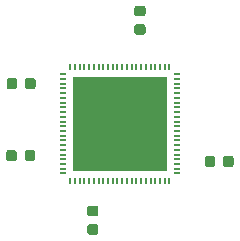
<source format=gtp>
G04 #@! TF.GenerationSoftware,KiCad,Pcbnew,5.0.2-bee76a0~70~ubuntu14.04.1*
G04 #@! TF.CreationDate,2018-12-14T18:36:52-07:00*
G04 #@! TF.ProjectId,breakout,62726561-6b6f-4757-942e-6b696361645f,rev?*
G04 #@! TF.SameCoordinates,Original*
G04 #@! TF.FileFunction,Paste,Top*
G04 #@! TF.FilePolarity,Positive*
%FSLAX46Y46*%
G04 Gerber Fmt 4.6, Leading zero omitted, Abs format (unit mm)*
G04 Created by KiCad (PCBNEW 5.0.2-bee76a0~70~ubuntu14.04.1) date Fri 14 Dec 2018 06:36:52 PM MST*
%MOMM*%
%LPD*%
G01*
G04 APERTURE LIST*
%ADD10C,0.100000*%
%ADD11C,0.875000*%
%ADD12O,0.600000X0.200000*%
%ADD13O,0.200000X0.600000*%
%ADD14R,8.000000X8.000000*%
G04 APERTURE END LIST*
D10*
G04 #@! TO.C,C3*
G36*
X121949571Y-86282293D02*
X121970806Y-86285443D01*
X121991630Y-86290659D01*
X122011842Y-86297891D01*
X122031248Y-86307070D01*
X122049661Y-86318106D01*
X122066904Y-86330894D01*
X122082810Y-86345310D01*
X122097226Y-86361216D01*
X122110014Y-86378459D01*
X122121050Y-86396872D01*
X122130229Y-86416278D01*
X122137461Y-86436490D01*
X122142677Y-86457314D01*
X122145827Y-86478549D01*
X122146880Y-86499990D01*
X122146880Y-87012490D01*
X122145827Y-87033931D01*
X122142677Y-87055166D01*
X122137461Y-87075990D01*
X122130229Y-87096202D01*
X122121050Y-87115608D01*
X122110014Y-87134021D01*
X122097226Y-87151264D01*
X122082810Y-87167170D01*
X122066904Y-87181586D01*
X122049661Y-87194374D01*
X122031248Y-87205410D01*
X122011842Y-87214589D01*
X121991630Y-87221821D01*
X121970806Y-87227037D01*
X121949571Y-87230187D01*
X121928130Y-87231240D01*
X121490630Y-87231240D01*
X121469189Y-87230187D01*
X121447954Y-87227037D01*
X121427130Y-87221821D01*
X121406918Y-87214589D01*
X121387512Y-87205410D01*
X121369099Y-87194374D01*
X121351856Y-87181586D01*
X121335950Y-87167170D01*
X121321534Y-87151264D01*
X121308746Y-87134021D01*
X121297710Y-87115608D01*
X121288531Y-87096202D01*
X121281299Y-87075990D01*
X121276083Y-87055166D01*
X121272933Y-87033931D01*
X121271880Y-87012490D01*
X121271880Y-86499990D01*
X121272933Y-86478549D01*
X121276083Y-86457314D01*
X121281299Y-86436490D01*
X121288531Y-86416278D01*
X121297710Y-86396872D01*
X121308746Y-86378459D01*
X121321534Y-86361216D01*
X121335950Y-86345310D01*
X121351856Y-86330894D01*
X121369099Y-86318106D01*
X121387512Y-86307070D01*
X121406918Y-86297891D01*
X121427130Y-86290659D01*
X121447954Y-86285443D01*
X121469189Y-86282293D01*
X121490630Y-86281240D01*
X121928130Y-86281240D01*
X121949571Y-86282293D01*
X121949571Y-86282293D01*
G37*
D11*
X121709380Y-86756240D03*
D10*
G36*
X120374571Y-86282293D02*
X120395806Y-86285443D01*
X120416630Y-86290659D01*
X120436842Y-86297891D01*
X120456248Y-86307070D01*
X120474661Y-86318106D01*
X120491904Y-86330894D01*
X120507810Y-86345310D01*
X120522226Y-86361216D01*
X120535014Y-86378459D01*
X120546050Y-86396872D01*
X120555229Y-86416278D01*
X120562461Y-86436490D01*
X120567677Y-86457314D01*
X120570827Y-86478549D01*
X120571880Y-86499990D01*
X120571880Y-87012490D01*
X120570827Y-87033931D01*
X120567677Y-87055166D01*
X120562461Y-87075990D01*
X120555229Y-87096202D01*
X120546050Y-87115608D01*
X120535014Y-87134021D01*
X120522226Y-87151264D01*
X120507810Y-87167170D01*
X120491904Y-87181586D01*
X120474661Y-87194374D01*
X120456248Y-87205410D01*
X120436842Y-87214589D01*
X120416630Y-87221821D01*
X120395806Y-87227037D01*
X120374571Y-87230187D01*
X120353130Y-87231240D01*
X119915630Y-87231240D01*
X119894189Y-87230187D01*
X119872954Y-87227037D01*
X119852130Y-87221821D01*
X119831918Y-87214589D01*
X119812512Y-87205410D01*
X119794099Y-87194374D01*
X119776856Y-87181586D01*
X119760950Y-87167170D01*
X119746534Y-87151264D01*
X119733746Y-87134021D01*
X119722710Y-87115608D01*
X119713531Y-87096202D01*
X119706299Y-87075990D01*
X119701083Y-87055166D01*
X119697933Y-87033931D01*
X119696880Y-87012490D01*
X119696880Y-86499990D01*
X119697933Y-86478549D01*
X119701083Y-86457314D01*
X119706299Y-86436490D01*
X119713531Y-86416278D01*
X119722710Y-86396872D01*
X119733746Y-86378459D01*
X119746534Y-86361216D01*
X119760950Y-86345310D01*
X119776856Y-86330894D01*
X119794099Y-86318106D01*
X119812512Y-86307070D01*
X119831918Y-86297891D01*
X119852130Y-86290659D01*
X119872954Y-86285443D01*
X119894189Y-86282293D01*
X119915630Y-86281240D01*
X120353130Y-86281240D01*
X120374571Y-86282293D01*
X120374571Y-86282293D01*
G37*
D11*
X120134380Y-86756240D03*
G04 #@! TD*
D10*
G04 #@! TO.C,C4*
G36*
X127277691Y-98674553D02*
X127298926Y-98677703D01*
X127319750Y-98682919D01*
X127339962Y-98690151D01*
X127359368Y-98699330D01*
X127377781Y-98710366D01*
X127395024Y-98723154D01*
X127410930Y-98737570D01*
X127425346Y-98753476D01*
X127438134Y-98770719D01*
X127449170Y-98789132D01*
X127458349Y-98808538D01*
X127465581Y-98828750D01*
X127470797Y-98849574D01*
X127473947Y-98870809D01*
X127475000Y-98892250D01*
X127475000Y-99329750D01*
X127473947Y-99351191D01*
X127470797Y-99372426D01*
X127465581Y-99393250D01*
X127458349Y-99413462D01*
X127449170Y-99432868D01*
X127438134Y-99451281D01*
X127425346Y-99468524D01*
X127410930Y-99484430D01*
X127395024Y-99498846D01*
X127377781Y-99511634D01*
X127359368Y-99522670D01*
X127339962Y-99531849D01*
X127319750Y-99539081D01*
X127298926Y-99544297D01*
X127277691Y-99547447D01*
X127256250Y-99548500D01*
X126743750Y-99548500D01*
X126722309Y-99547447D01*
X126701074Y-99544297D01*
X126680250Y-99539081D01*
X126660038Y-99531849D01*
X126640632Y-99522670D01*
X126622219Y-99511634D01*
X126604976Y-99498846D01*
X126589070Y-99484430D01*
X126574654Y-99468524D01*
X126561866Y-99451281D01*
X126550830Y-99432868D01*
X126541651Y-99413462D01*
X126534419Y-99393250D01*
X126529203Y-99372426D01*
X126526053Y-99351191D01*
X126525000Y-99329750D01*
X126525000Y-98892250D01*
X126526053Y-98870809D01*
X126529203Y-98849574D01*
X126534419Y-98828750D01*
X126541651Y-98808538D01*
X126550830Y-98789132D01*
X126561866Y-98770719D01*
X126574654Y-98753476D01*
X126589070Y-98737570D01*
X126604976Y-98723154D01*
X126622219Y-98710366D01*
X126640632Y-98699330D01*
X126660038Y-98690151D01*
X126680250Y-98682919D01*
X126701074Y-98677703D01*
X126722309Y-98674553D01*
X126743750Y-98673500D01*
X127256250Y-98673500D01*
X127277691Y-98674553D01*
X127277691Y-98674553D01*
G37*
D11*
X127000000Y-99111000D03*
D10*
G36*
X127277691Y-97099553D02*
X127298926Y-97102703D01*
X127319750Y-97107919D01*
X127339962Y-97115151D01*
X127359368Y-97124330D01*
X127377781Y-97135366D01*
X127395024Y-97148154D01*
X127410930Y-97162570D01*
X127425346Y-97178476D01*
X127438134Y-97195719D01*
X127449170Y-97214132D01*
X127458349Y-97233538D01*
X127465581Y-97253750D01*
X127470797Y-97274574D01*
X127473947Y-97295809D01*
X127475000Y-97317250D01*
X127475000Y-97754750D01*
X127473947Y-97776191D01*
X127470797Y-97797426D01*
X127465581Y-97818250D01*
X127458349Y-97838462D01*
X127449170Y-97857868D01*
X127438134Y-97876281D01*
X127425346Y-97893524D01*
X127410930Y-97909430D01*
X127395024Y-97923846D01*
X127377781Y-97936634D01*
X127359368Y-97947670D01*
X127339962Y-97956849D01*
X127319750Y-97964081D01*
X127298926Y-97969297D01*
X127277691Y-97972447D01*
X127256250Y-97973500D01*
X126743750Y-97973500D01*
X126722309Y-97972447D01*
X126701074Y-97969297D01*
X126680250Y-97964081D01*
X126660038Y-97956849D01*
X126640632Y-97947670D01*
X126622219Y-97936634D01*
X126604976Y-97923846D01*
X126589070Y-97909430D01*
X126574654Y-97893524D01*
X126561866Y-97876281D01*
X126550830Y-97857868D01*
X126541651Y-97838462D01*
X126534419Y-97818250D01*
X126529203Y-97797426D01*
X126526053Y-97776191D01*
X126525000Y-97754750D01*
X126525000Y-97317250D01*
X126526053Y-97295809D01*
X126529203Y-97274574D01*
X126534419Y-97253750D01*
X126541651Y-97233538D01*
X126550830Y-97214132D01*
X126561866Y-97195719D01*
X126574654Y-97178476D01*
X126589070Y-97162570D01*
X126604976Y-97148154D01*
X126622219Y-97135366D01*
X126640632Y-97124330D01*
X126660038Y-97115151D01*
X126680250Y-97107919D01*
X126701074Y-97102703D01*
X126722309Y-97099553D01*
X126743750Y-97098500D01*
X127256250Y-97098500D01*
X127277691Y-97099553D01*
X127277691Y-97099553D01*
G37*
D11*
X127000000Y-97536000D03*
G04 #@! TD*
D10*
G04 #@! TO.C,C5*
G36*
X120351511Y-92378293D02*
X120372746Y-92381443D01*
X120393570Y-92386659D01*
X120413782Y-92393891D01*
X120433188Y-92403070D01*
X120451601Y-92414106D01*
X120468844Y-92426894D01*
X120484750Y-92441310D01*
X120499166Y-92457216D01*
X120511954Y-92474459D01*
X120522990Y-92492872D01*
X120532169Y-92512278D01*
X120539401Y-92532490D01*
X120544617Y-92553314D01*
X120547767Y-92574549D01*
X120548820Y-92595990D01*
X120548820Y-93108490D01*
X120547767Y-93129931D01*
X120544617Y-93151166D01*
X120539401Y-93171990D01*
X120532169Y-93192202D01*
X120522990Y-93211608D01*
X120511954Y-93230021D01*
X120499166Y-93247264D01*
X120484750Y-93263170D01*
X120468844Y-93277586D01*
X120451601Y-93290374D01*
X120433188Y-93301410D01*
X120413782Y-93310589D01*
X120393570Y-93317821D01*
X120372746Y-93323037D01*
X120351511Y-93326187D01*
X120330070Y-93327240D01*
X119892570Y-93327240D01*
X119871129Y-93326187D01*
X119849894Y-93323037D01*
X119829070Y-93317821D01*
X119808858Y-93310589D01*
X119789452Y-93301410D01*
X119771039Y-93290374D01*
X119753796Y-93277586D01*
X119737890Y-93263170D01*
X119723474Y-93247264D01*
X119710686Y-93230021D01*
X119699650Y-93211608D01*
X119690471Y-93192202D01*
X119683239Y-93171990D01*
X119678023Y-93151166D01*
X119674873Y-93129931D01*
X119673820Y-93108490D01*
X119673820Y-92595990D01*
X119674873Y-92574549D01*
X119678023Y-92553314D01*
X119683239Y-92532490D01*
X119690471Y-92512278D01*
X119699650Y-92492872D01*
X119710686Y-92474459D01*
X119723474Y-92457216D01*
X119737890Y-92441310D01*
X119753796Y-92426894D01*
X119771039Y-92414106D01*
X119789452Y-92403070D01*
X119808858Y-92393891D01*
X119829070Y-92386659D01*
X119849894Y-92381443D01*
X119871129Y-92378293D01*
X119892570Y-92377240D01*
X120330070Y-92377240D01*
X120351511Y-92378293D01*
X120351511Y-92378293D01*
G37*
D11*
X120111320Y-92852240D03*
D10*
G36*
X121926511Y-92378293D02*
X121947746Y-92381443D01*
X121968570Y-92386659D01*
X121988782Y-92393891D01*
X122008188Y-92403070D01*
X122026601Y-92414106D01*
X122043844Y-92426894D01*
X122059750Y-92441310D01*
X122074166Y-92457216D01*
X122086954Y-92474459D01*
X122097990Y-92492872D01*
X122107169Y-92512278D01*
X122114401Y-92532490D01*
X122119617Y-92553314D01*
X122122767Y-92574549D01*
X122123820Y-92595990D01*
X122123820Y-93108490D01*
X122122767Y-93129931D01*
X122119617Y-93151166D01*
X122114401Y-93171990D01*
X122107169Y-93192202D01*
X122097990Y-93211608D01*
X122086954Y-93230021D01*
X122074166Y-93247264D01*
X122059750Y-93263170D01*
X122043844Y-93277586D01*
X122026601Y-93290374D01*
X122008188Y-93301410D01*
X121988782Y-93310589D01*
X121968570Y-93317821D01*
X121947746Y-93323037D01*
X121926511Y-93326187D01*
X121905070Y-93327240D01*
X121467570Y-93327240D01*
X121446129Y-93326187D01*
X121424894Y-93323037D01*
X121404070Y-93317821D01*
X121383858Y-93310589D01*
X121364452Y-93301410D01*
X121346039Y-93290374D01*
X121328796Y-93277586D01*
X121312890Y-93263170D01*
X121298474Y-93247264D01*
X121285686Y-93230021D01*
X121274650Y-93211608D01*
X121265471Y-93192202D01*
X121258239Y-93171990D01*
X121253023Y-93151166D01*
X121249873Y-93129931D01*
X121248820Y-93108490D01*
X121248820Y-92595990D01*
X121249873Y-92574549D01*
X121253023Y-92553314D01*
X121258239Y-92532490D01*
X121265471Y-92512278D01*
X121274650Y-92492872D01*
X121285686Y-92474459D01*
X121298474Y-92457216D01*
X121312890Y-92441310D01*
X121328796Y-92426894D01*
X121346039Y-92414106D01*
X121364452Y-92403070D01*
X121383858Y-92393891D01*
X121404070Y-92386659D01*
X121424894Y-92381443D01*
X121446129Y-92378293D01*
X121467570Y-92377240D01*
X121905070Y-92377240D01*
X121926511Y-92378293D01*
X121926511Y-92378293D01*
G37*
D11*
X121686320Y-92852240D03*
G04 #@! TD*
D10*
G04 #@! TO.C,C6*
G36*
X131268031Y-81750333D02*
X131289266Y-81753483D01*
X131310090Y-81758699D01*
X131330302Y-81765931D01*
X131349708Y-81775110D01*
X131368121Y-81786146D01*
X131385364Y-81798934D01*
X131401270Y-81813350D01*
X131415686Y-81829256D01*
X131428474Y-81846499D01*
X131439510Y-81864912D01*
X131448689Y-81884318D01*
X131455921Y-81904530D01*
X131461137Y-81925354D01*
X131464287Y-81946589D01*
X131465340Y-81968030D01*
X131465340Y-82405530D01*
X131464287Y-82426971D01*
X131461137Y-82448206D01*
X131455921Y-82469030D01*
X131448689Y-82489242D01*
X131439510Y-82508648D01*
X131428474Y-82527061D01*
X131415686Y-82544304D01*
X131401270Y-82560210D01*
X131385364Y-82574626D01*
X131368121Y-82587414D01*
X131349708Y-82598450D01*
X131330302Y-82607629D01*
X131310090Y-82614861D01*
X131289266Y-82620077D01*
X131268031Y-82623227D01*
X131246590Y-82624280D01*
X130734090Y-82624280D01*
X130712649Y-82623227D01*
X130691414Y-82620077D01*
X130670590Y-82614861D01*
X130650378Y-82607629D01*
X130630972Y-82598450D01*
X130612559Y-82587414D01*
X130595316Y-82574626D01*
X130579410Y-82560210D01*
X130564994Y-82544304D01*
X130552206Y-82527061D01*
X130541170Y-82508648D01*
X130531991Y-82489242D01*
X130524759Y-82469030D01*
X130519543Y-82448206D01*
X130516393Y-82426971D01*
X130515340Y-82405530D01*
X130515340Y-81968030D01*
X130516393Y-81946589D01*
X130519543Y-81925354D01*
X130524759Y-81904530D01*
X130531991Y-81884318D01*
X130541170Y-81864912D01*
X130552206Y-81846499D01*
X130564994Y-81829256D01*
X130579410Y-81813350D01*
X130595316Y-81798934D01*
X130612559Y-81786146D01*
X130630972Y-81775110D01*
X130650378Y-81765931D01*
X130670590Y-81758699D01*
X130691414Y-81753483D01*
X130712649Y-81750333D01*
X130734090Y-81749280D01*
X131246590Y-81749280D01*
X131268031Y-81750333D01*
X131268031Y-81750333D01*
G37*
D11*
X130990340Y-82186780D03*
D10*
G36*
X131268031Y-80175333D02*
X131289266Y-80178483D01*
X131310090Y-80183699D01*
X131330302Y-80190931D01*
X131349708Y-80200110D01*
X131368121Y-80211146D01*
X131385364Y-80223934D01*
X131401270Y-80238350D01*
X131415686Y-80254256D01*
X131428474Y-80271499D01*
X131439510Y-80289912D01*
X131448689Y-80309318D01*
X131455921Y-80329530D01*
X131461137Y-80350354D01*
X131464287Y-80371589D01*
X131465340Y-80393030D01*
X131465340Y-80830530D01*
X131464287Y-80851971D01*
X131461137Y-80873206D01*
X131455921Y-80894030D01*
X131448689Y-80914242D01*
X131439510Y-80933648D01*
X131428474Y-80952061D01*
X131415686Y-80969304D01*
X131401270Y-80985210D01*
X131385364Y-80999626D01*
X131368121Y-81012414D01*
X131349708Y-81023450D01*
X131330302Y-81032629D01*
X131310090Y-81039861D01*
X131289266Y-81045077D01*
X131268031Y-81048227D01*
X131246590Y-81049280D01*
X130734090Y-81049280D01*
X130712649Y-81048227D01*
X130691414Y-81045077D01*
X130670590Y-81039861D01*
X130650378Y-81032629D01*
X130630972Y-81023450D01*
X130612559Y-81012414D01*
X130595316Y-80999626D01*
X130579410Y-80985210D01*
X130564994Y-80969304D01*
X130552206Y-80952061D01*
X130541170Y-80933648D01*
X130531991Y-80914242D01*
X130524759Y-80894030D01*
X130519543Y-80873206D01*
X130516393Y-80851971D01*
X130515340Y-80830530D01*
X130515340Y-80393030D01*
X130516393Y-80371589D01*
X130519543Y-80350354D01*
X130524759Y-80329530D01*
X130531991Y-80309318D01*
X130541170Y-80289912D01*
X130552206Y-80271499D01*
X130564994Y-80254256D01*
X130579410Y-80238350D01*
X130595316Y-80223934D01*
X130612559Y-80211146D01*
X130630972Y-80200110D01*
X130650378Y-80190931D01*
X130670590Y-80183699D01*
X130691414Y-80178483D01*
X130712649Y-80175333D01*
X130734090Y-80174280D01*
X131246590Y-80174280D01*
X131268031Y-80175333D01*
X131268031Y-80175333D01*
G37*
D11*
X130990340Y-80611780D03*
G04 #@! TD*
D10*
G04 #@! TO.C,C7*
G36*
X138723531Y-92871053D02*
X138744766Y-92874203D01*
X138765590Y-92879419D01*
X138785802Y-92886651D01*
X138805208Y-92895830D01*
X138823621Y-92906866D01*
X138840864Y-92919654D01*
X138856770Y-92934070D01*
X138871186Y-92949976D01*
X138883974Y-92967219D01*
X138895010Y-92985632D01*
X138904189Y-93005038D01*
X138911421Y-93025250D01*
X138916637Y-93046074D01*
X138919787Y-93067309D01*
X138920840Y-93088750D01*
X138920840Y-93601250D01*
X138919787Y-93622691D01*
X138916637Y-93643926D01*
X138911421Y-93664750D01*
X138904189Y-93684962D01*
X138895010Y-93704368D01*
X138883974Y-93722781D01*
X138871186Y-93740024D01*
X138856770Y-93755930D01*
X138840864Y-93770346D01*
X138823621Y-93783134D01*
X138805208Y-93794170D01*
X138785802Y-93803349D01*
X138765590Y-93810581D01*
X138744766Y-93815797D01*
X138723531Y-93818947D01*
X138702090Y-93820000D01*
X138264590Y-93820000D01*
X138243149Y-93818947D01*
X138221914Y-93815797D01*
X138201090Y-93810581D01*
X138180878Y-93803349D01*
X138161472Y-93794170D01*
X138143059Y-93783134D01*
X138125816Y-93770346D01*
X138109910Y-93755930D01*
X138095494Y-93740024D01*
X138082706Y-93722781D01*
X138071670Y-93704368D01*
X138062491Y-93684962D01*
X138055259Y-93664750D01*
X138050043Y-93643926D01*
X138046893Y-93622691D01*
X138045840Y-93601250D01*
X138045840Y-93088750D01*
X138046893Y-93067309D01*
X138050043Y-93046074D01*
X138055259Y-93025250D01*
X138062491Y-93005038D01*
X138071670Y-92985632D01*
X138082706Y-92967219D01*
X138095494Y-92949976D01*
X138109910Y-92934070D01*
X138125816Y-92919654D01*
X138143059Y-92906866D01*
X138161472Y-92895830D01*
X138180878Y-92886651D01*
X138201090Y-92879419D01*
X138221914Y-92874203D01*
X138243149Y-92871053D01*
X138264590Y-92870000D01*
X138702090Y-92870000D01*
X138723531Y-92871053D01*
X138723531Y-92871053D01*
G37*
D11*
X138483340Y-93345000D03*
D10*
G36*
X137148531Y-92871053D02*
X137169766Y-92874203D01*
X137190590Y-92879419D01*
X137210802Y-92886651D01*
X137230208Y-92895830D01*
X137248621Y-92906866D01*
X137265864Y-92919654D01*
X137281770Y-92934070D01*
X137296186Y-92949976D01*
X137308974Y-92967219D01*
X137320010Y-92985632D01*
X137329189Y-93005038D01*
X137336421Y-93025250D01*
X137341637Y-93046074D01*
X137344787Y-93067309D01*
X137345840Y-93088750D01*
X137345840Y-93601250D01*
X137344787Y-93622691D01*
X137341637Y-93643926D01*
X137336421Y-93664750D01*
X137329189Y-93684962D01*
X137320010Y-93704368D01*
X137308974Y-93722781D01*
X137296186Y-93740024D01*
X137281770Y-93755930D01*
X137265864Y-93770346D01*
X137248621Y-93783134D01*
X137230208Y-93794170D01*
X137210802Y-93803349D01*
X137190590Y-93810581D01*
X137169766Y-93815797D01*
X137148531Y-93818947D01*
X137127090Y-93820000D01*
X136689590Y-93820000D01*
X136668149Y-93818947D01*
X136646914Y-93815797D01*
X136626090Y-93810581D01*
X136605878Y-93803349D01*
X136586472Y-93794170D01*
X136568059Y-93783134D01*
X136550816Y-93770346D01*
X136534910Y-93755930D01*
X136520494Y-93740024D01*
X136507706Y-93722781D01*
X136496670Y-93704368D01*
X136487491Y-93684962D01*
X136480259Y-93664750D01*
X136475043Y-93643926D01*
X136471893Y-93622691D01*
X136470840Y-93601250D01*
X136470840Y-93088750D01*
X136471893Y-93067309D01*
X136475043Y-93046074D01*
X136480259Y-93025250D01*
X136487491Y-93005038D01*
X136496670Y-92985632D01*
X136507706Y-92967219D01*
X136520494Y-92949976D01*
X136534910Y-92934070D01*
X136550816Y-92919654D01*
X136568059Y-92906866D01*
X136586472Y-92895830D01*
X136605878Y-92886651D01*
X136626090Y-92879419D01*
X136646914Y-92874203D01*
X136668149Y-92871053D01*
X136689590Y-92870000D01*
X137127090Y-92870000D01*
X137148531Y-92871053D01*
X137148531Y-92871053D01*
G37*
D11*
X136908340Y-93345000D03*
G04 #@! TD*
D12*
G04 #@! TO.C,U1*
X124486000Y-85970000D03*
X124486000Y-86370000D03*
X124486000Y-86770000D03*
X124486000Y-87170000D03*
X124486000Y-87570000D03*
X124486000Y-87970000D03*
X124486000Y-88370000D03*
X124486000Y-88770000D03*
X124486000Y-89170000D03*
X124486000Y-89570000D03*
X124486000Y-89970000D03*
X124486000Y-90370000D03*
X124486000Y-90770000D03*
X124486000Y-91170000D03*
X124486000Y-91570000D03*
X124486000Y-91970000D03*
X124486000Y-92370000D03*
X124486000Y-92770000D03*
X124486000Y-93170000D03*
X124486000Y-93570000D03*
X124486000Y-93970000D03*
X124486000Y-94370000D03*
D13*
X125086000Y-94970000D03*
X125486000Y-94970000D03*
X125886000Y-94970000D03*
X126286000Y-94970000D03*
X126686000Y-94970000D03*
X127086000Y-94970000D03*
X127486000Y-94970000D03*
X127886000Y-94970000D03*
X128286000Y-94970000D03*
X128686000Y-94970000D03*
X129086000Y-94970000D03*
X129486000Y-94970000D03*
X129886000Y-94970000D03*
X130286000Y-94970000D03*
X130686000Y-94970000D03*
X131086000Y-94970000D03*
X131486000Y-94970000D03*
X131886000Y-94970000D03*
X132286000Y-94970000D03*
X132686000Y-94970000D03*
X133086000Y-94970000D03*
X133486000Y-94970000D03*
D12*
X134086000Y-94370000D03*
X134086000Y-93970000D03*
X134086000Y-93570000D03*
X134086000Y-93170000D03*
X134086000Y-92770000D03*
X134086000Y-92370000D03*
X134086000Y-91970000D03*
X134086000Y-91570000D03*
X134086000Y-91170000D03*
X134086000Y-90770000D03*
X134086000Y-90370000D03*
X134086000Y-89970000D03*
X134086000Y-89570000D03*
X134086000Y-89170000D03*
X134086000Y-88770000D03*
X134086000Y-88370000D03*
X134086000Y-87970000D03*
X134086000Y-87570000D03*
X134086000Y-87170000D03*
X134086000Y-86770000D03*
X134086000Y-86370000D03*
X134086000Y-85970000D03*
D13*
X133486000Y-85370000D03*
X133086000Y-85370000D03*
X132686000Y-85370000D03*
X132286000Y-85370000D03*
X131886000Y-85370000D03*
X131486000Y-85370000D03*
X131086000Y-85370000D03*
X130686000Y-85370000D03*
X130286000Y-85370000D03*
X129886000Y-85370000D03*
X129486000Y-85370000D03*
X129086000Y-85370000D03*
X128686000Y-85370000D03*
X128286000Y-85370000D03*
X127886000Y-85370000D03*
X127486000Y-85370000D03*
X127086000Y-85370000D03*
X126686000Y-85370000D03*
X126286000Y-85370000D03*
X125886000Y-85370000D03*
X125486000Y-85370000D03*
X125086000Y-85370000D03*
D14*
X129286000Y-90170000D03*
G04 #@! TD*
M02*

</source>
